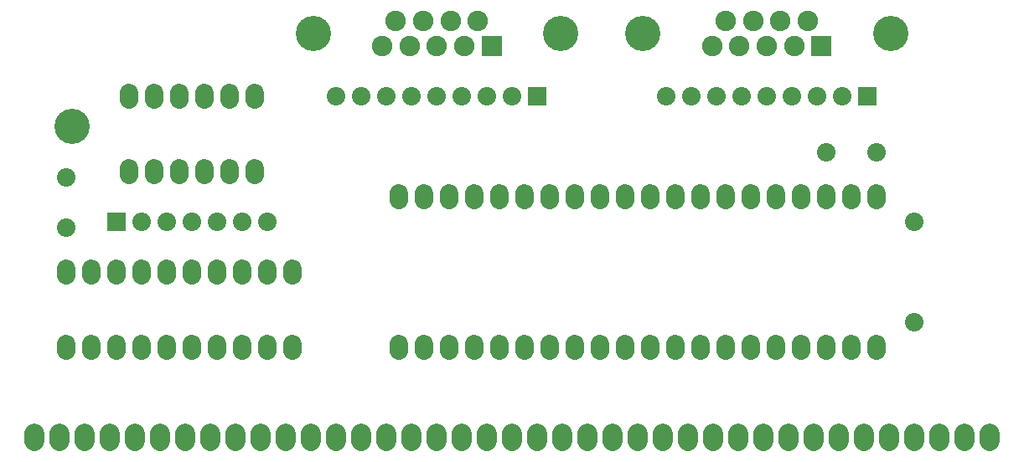
<source format=gbs>
G75*
%MOIN*%
%OFA0B0*%
%FSLAX25Y25*%
%IPPOS*%
%LPD*%
%AMOC8*
5,1,8,0,0,1.08239X$1,22.5*
%
%ADD10C,0.13998*%
%ADD11C,0.08132*%
%ADD12C,0.07384*%
%ADD13R,0.07384X0.07384*%
%ADD14C,0.07384*%
%ADD15R,0.08132X0.08132*%
%ADD16C,0.08132*%
D10*
X0021299Y0131402D03*
X0117287Y0168500D03*
X0215713Y0168500D03*
X0248537Y0168500D03*
X0346963Y0168500D03*
D11*
X0006500Y0009267D02*
X0006500Y0006237D01*
X0016500Y0006237D02*
X0016500Y0009267D01*
X0026500Y0009267D02*
X0026500Y0006237D01*
X0036500Y0006237D02*
X0036500Y0009267D01*
X0046500Y0009267D02*
X0046500Y0006237D01*
X0056500Y0006237D02*
X0056500Y0009267D01*
X0066500Y0009267D02*
X0066500Y0006237D01*
X0076500Y0006237D02*
X0076500Y0009267D01*
X0086500Y0009267D02*
X0086500Y0006237D01*
X0096500Y0006237D02*
X0096500Y0009267D01*
X0106500Y0009267D02*
X0106500Y0006237D01*
X0116500Y0006237D02*
X0116500Y0009267D01*
X0126500Y0009267D02*
X0126500Y0006237D01*
X0136500Y0006237D02*
X0136500Y0009267D01*
X0146500Y0009267D02*
X0146500Y0006237D01*
X0156500Y0006237D02*
X0156500Y0009267D01*
X0166500Y0009267D02*
X0166500Y0006237D01*
X0176500Y0006237D02*
X0176500Y0009267D01*
X0186500Y0009267D02*
X0186500Y0006237D01*
X0196500Y0006237D02*
X0196500Y0009267D01*
X0206500Y0009267D02*
X0206500Y0006237D01*
X0216500Y0006237D02*
X0216500Y0009267D01*
X0226500Y0009267D02*
X0226500Y0006237D01*
X0236500Y0006237D02*
X0236500Y0009267D01*
X0246500Y0009267D02*
X0246500Y0006237D01*
X0256500Y0006237D02*
X0256500Y0009267D01*
X0266500Y0009267D02*
X0266500Y0006237D01*
X0276500Y0006237D02*
X0276500Y0009267D01*
X0286500Y0009267D02*
X0286500Y0006237D01*
X0296500Y0006237D02*
X0296500Y0009267D01*
X0306500Y0009267D02*
X0306500Y0006237D01*
X0316500Y0006237D02*
X0316500Y0009267D01*
X0326500Y0009267D02*
X0326500Y0006237D01*
X0336500Y0006237D02*
X0336500Y0009267D01*
X0346500Y0009267D02*
X0346500Y0006237D01*
X0356500Y0006237D02*
X0356500Y0009267D01*
X0366500Y0009267D02*
X0366500Y0006237D01*
X0376500Y0006237D02*
X0376500Y0009267D01*
X0386500Y0009267D02*
X0386500Y0006237D01*
D12*
X0341500Y0042154D02*
X0341500Y0044846D01*
X0331500Y0044846D02*
X0331500Y0042154D01*
X0321500Y0042154D02*
X0321500Y0044846D01*
X0311500Y0044846D02*
X0311500Y0042154D01*
X0301500Y0042154D02*
X0301500Y0044846D01*
X0291500Y0044846D02*
X0291500Y0042154D01*
X0281500Y0042154D02*
X0281500Y0044846D01*
X0271500Y0044846D02*
X0271500Y0042154D01*
X0261500Y0042154D02*
X0261500Y0044846D01*
X0251500Y0044846D02*
X0251500Y0042154D01*
X0241500Y0042154D02*
X0241500Y0044846D01*
X0231500Y0044846D02*
X0231500Y0042154D01*
X0221500Y0042154D02*
X0221500Y0044846D01*
X0211500Y0044846D02*
X0211500Y0042154D01*
X0201500Y0042154D02*
X0201500Y0044846D01*
X0191500Y0044846D02*
X0191500Y0042154D01*
X0181500Y0042154D02*
X0181500Y0044846D01*
X0171500Y0044846D02*
X0171500Y0042154D01*
X0161500Y0042154D02*
X0161500Y0044846D01*
X0151500Y0044846D02*
X0151500Y0042154D01*
X0109000Y0042154D02*
X0109000Y0044846D01*
X0099000Y0044846D02*
X0099000Y0042154D01*
X0089000Y0042154D02*
X0089000Y0044846D01*
X0079000Y0044846D02*
X0079000Y0042154D01*
X0069000Y0042154D02*
X0069000Y0044846D01*
X0059000Y0044846D02*
X0059000Y0042154D01*
X0049000Y0042154D02*
X0049000Y0044846D01*
X0039000Y0044846D02*
X0039000Y0042154D01*
X0029000Y0042154D02*
X0029000Y0044846D01*
X0019000Y0044846D02*
X0019000Y0042154D01*
X0019000Y0072154D02*
X0019000Y0074846D01*
X0029000Y0074846D02*
X0029000Y0072154D01*
X0039000Y0072154D02*
X0039000Y0074846D01*
X0049000Y0074846D02*
X0049000Y0072154D01*
X0059000Y0072154D02*
X0059000Y0074846D01*
X0069000Y0074846D02*
X0069000Y0072154D01*
X0079000Y0072154D02*
X0079000Y0074846D01*
X0089000Y0074846D02*
X0089000Y0072154D01*
X0099000Y0072154D02*
X0099000Y0074846D01*
X0109000Y0074846D02*
X0109000Y0072154D01*
X0151500Y0102154D02*
X0151500Y0104846D01*
X0161500Y0104846D02*
X0161500Y0102154D01*
X0171500Y0102154D02*
X0171500Y0104846D01*
X0181500Y0104846D02*
X0181500Y0102154D01*
X0191500Y0102154D02*
X0191500Y0104846D01*
X0201500Y0104846D02*
X0201500Y0102154D01*
X0211500Y0102154D02*
X0211500Y0104846D01*
X0221500Y0104846D02*
X0221500Y0102154D01*
X0231500Y0102154D02*
X0231500Y0104846D01*
X0241500Y0104846D02*
X0241500Y0102154D01*
X0251500Y0102154D02*
X0251500Y0104846D01*
X0261500Y0104846D02*
X0261500Y0102154D01*
X0271500Y0102154D02*
X0271500Y0104846D01*
X0281500Y0104846D02*
X0281500Y0102154D01*
X0291500Y0102154D02*
X0291500Y0104846D01*
X0301500Y0104846D02*
X0301500Y0102154D01*
X0311500Y0102154D02*
X0311500Y0104846D01*
X0321500Y0104846D02*
X0321500Y0102154D01*
X0331500Y0102154D02*
X0331500Y0104846D01*
X0341500Y0104846D02*
X0341500Y0102154D01*
X0094000Y0112154D02*
X0094000Y0114846D01*
X0084000Y0114846D02*
X0084000Y0112154D01*
X0074000Y0112154D02*
X0074000Y0114846D01*
X0064000Y0114846D02*
X0064000Y0112154D01*
X0054000Y0112154D02*
X0054000Y0114846D01*
X0044000Y0114846D02*
X0044000Y0112154D01*
X0044000Y0142154D02*
X0044000Y0144846D01*
X0054000Y0144846D02*
X0054000Y0142154D01*
X0064000Y0142154D02*
X0064000Y0144846D01*
X0074000Y0144846D02*
X0074000Y0142154D01*
X0084000Y0142154D02*
X0084000Y0144846D01*
X0094000Y0144846D02*
X0094000Y0142154D01*
D13*
X0039000Y0093500D03*
X0206500Y0143500D03*
X0337750Y0143500D03*
D14*
X0327750Y0143500D03*
X0317750Y0143500D03*
X0307750Y0143500D03*
X0297750Y0143500D03*
X0287750Y0143500D03*
X0277750Y0143500D03*
X0267750Y0143500D03*
X0257750Y0143500D03*
X0196500Y0143500D03*
X0186500Y0143500D03*
X0176500Y0143500D03*
X0166500Y0143500D03*
X0156500Y0143500D03*
X0146500Y0143500D03*
X0136500Y0143500D03*
X0126500Y0143500D03*
X0099000Y0093500D03*
X0089000Y0093500D03*
X0079000Y0093500D03*
X0069000Y0093500D03*
X0059000Y0093500D03*
X0049000Y0093500D03*
X0019000Y0091000D03*
X0019000Y0111000D03*
X0321500Y0121000D03*
X0341500Y0121000D03*
X0356500Y0093500D03*
X0356500Y0053500D03*
D15*
X0319561Y0163500D03*
X0188311Y0163500D03*
D16*
X0177406Y0163500D03*
X0166500Y0163500D03*
X0155594Y0163500D03*
X0144689Y0163500D03*
X0150142Y0173500D03*
X0161047Y0173500D03*
X0171953Y0173500D03*
X0182858Y0173500D03*
X0275939Y0163500D03*
X0286844Y0163500D03*
X0297750Y0163500D03*
X0308656Y0163500D03*
X0314108Y0173500D03*
X0303203Y0173500D03*
X0292297Y0173500D03*
X0281392Y0173500D03*
M02*

</source>
